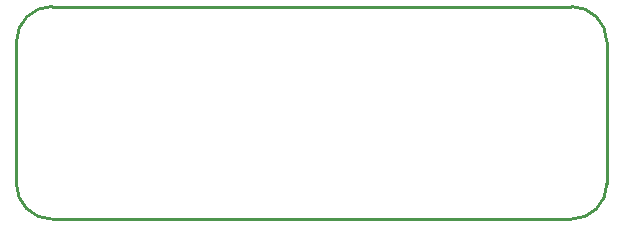
<source format=gko>
G04 Layer: BoardOutlineLayer*
G04 EasyEDA v6.5.51, 2026-01-01 11:10:02*
G04 c2e0b91a54b643c29b893d635b68bbd8,b0fcb86846164242a958a805a75853bb,10*
G04 Gerber Generator version 0.2*
G04 Scale: 100 percent, Rotated: No, Reflected: No *
G04 Dimensions in millimeters *
G04 leading zeros omitted , absolute positions ,4 integer and 5 decimal *
%FSLAX45Y45*%
%MOMM*%

%ADD10C,0.2540*%
%ADD11C,0.0127*%
D10*
X533400Y4876789D02*
G01*
X533400Y6076787D01*
X5233390Y4576790D02*
G01*
X833399Y4576790D01*
X5533390Y6076787D02*
G01*
X5533390Y4876789D01*
X833399Y6376786D02*
G01*
X5233390Y6376786D01*
G75*
G01*
X5233390Y6376787D02*
G02*
X5533389Y6076787I0J-299999D01*
G75*
G01*
X5533389Y4876790D02*
G02*
X5233390Y4576791I-299999J0D01*
G75*
G01*
X833398Y4576791D02*
G02*
X533399Y4876790I0J299999D01*
G75*
G01*
X533399Y6076787D02*
G02*
X833398Y6376787I299999J1D01*

%LPD*%
M02*

</source>
